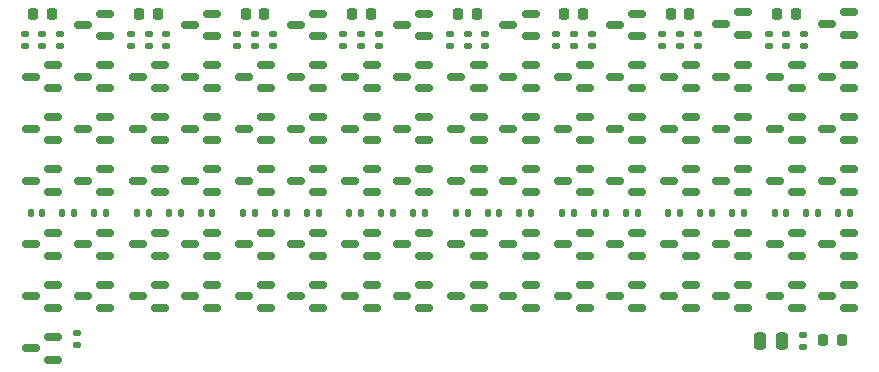
<source format=gbr>
%TF.GenerationSoftware,KiCad,Pcbnew,8.0.8*%
%TF.CreationDate,2025-09-05T20:33:19+02:00*%
%TF.ProjectId,REG8bit-SMD,52454738-6269-4742-9d53-4d442e6b6963,rev?*%
%TF.SameCoordinates,Original*%
%TF.FileFunction,Paste,Top*%
%TF.FilePolarity,Positive*%
%FSLAX46Y46*%
G04 Gerber Fmt 4.6, Leading zero omitted, Abs format (unit mm)*
G04 Created by KiCad (PCBNEW 8.0.8) date 2025-09-05 20:33:19*
%MOMM*%
%LPD*%
G01*
G04 APERTURE LIST*
G04 Aperture macros list*
%AMRoundRect*
0 Rectangle with rounded corners*
0 $1 Rounding radius*
0 $2 $3 $4 $5 $6 $7 $8 $9 X,Y pos of 4 corners*
0 Add a 4 corners polygon primitive as box body*
4,1,4,$2,$3,$4,$5,$6,$7,$8,$9,$2,$3,0*
0 Add four circle primitives for the rounded corners*
1,1,$1+$1,$2,$3*
1,1,$1+$1,$4,$5*
1,1,$1+$1,$6,$7*
1,1,$1+$1,$8,$9*
0 Add four rect primitives between the rounded corners*
20,1,$1+$1,$2,$3,$4,$5,0*
20,1,$1+$1,$4,$5,$6,$7,0*
20,1,$1+$1,$6,$7,$8,$9,0*
20,1,$1+$1,$8,$9,$2,$3,0*%
G04 Aperture macros list end*
%ADD10RoundRect,0.150000X0.587500X0.150000X-0.587500X0.150000X-0.587500X-0.150000X0.587500X-0.150000X0*%
%ADD11RoundRect,0.140000X0.170000X-0.140000X0.170000X0.140000X-0.170000X0.140000X-0.170000X-0.140000X0*%
%ADD12RoundRect,0.140000X-0.140000X-0.170000X0.140000X-0.170000X0.140000X0.170000X-0.140000X0.170000X0*%
%ADD13RoundRect,0.140000X0.140000X0.170000X-0.140000X0.170000X-0.140000X-0.170000X0.140000X-0.170000X0*%
%ADD14RoundRect,0.220000X0.220000X0.255000X-0.220000X0.255000X-0.220000X-0.255000X0.220000X-0.255000X0*%
%ADD15RoundRect,0.140000X-0.170000X0.140000X-0.170000X-0.140000X0.170000X-0.140000X0.170000X0.140000X0*%
%ADD16RoundRect,0.250000X-0.250000X-0.475000X0.250000X-0.475000X0.250000X0.475000X-0.250000X0.475000X0*%
G04 APERTURE END LIST*
D10*
%TO.C,Q18*%
X66237500Y-138450000D03*
X66237500Y-136550000D03*
X64362500Y-137500000D03*
%TD*%
%TO.C,Q21*%
X66237500Y-147250000D03*
X66237500Y-145350000D03*
X64362500Y-146300000D03*
%TD*%
D11*
%TO.C,R43*%
X59400000Y-134900000D03*
X59400000Y-133900000D03*
%TD*%
D10*
%TO.C,Q16*%
X61837500Y-138450000D03*
X61837500Y-136550000D03*
X59962500Y-137500000D03*
%TD*%
D12*
%TO.C,R22*%
X89600000Y-149000000D03*
X90600000Y-149000000D03*
%TD*%
D10*
%TO.C,Q27*%
X70837500Y-142850000D03*
X70837500Y-140950000D03*
X68962500Y-141900000D03*
%TD*%
%TO.C,Q13*%
X61837500Y-152650000D03*
X61837500Y-150750000D03*
X59962500Y-151700000D03*
%TD*%
%TO.C,Q6*%
X52837500Y-142850000D03*
X52837500Y-140950000D03*
X50962500Y-141900000D03*
%TD*%
D13*
%TO.C,R36*%
X105900000Y-149000000D03*
X104900000Y-149000000D03*
%TD*%
D10*
%TO.C,Q5*%
X57237500Y-152650000D03*
X57237500Y-150750000D03*
X55362500Y-151700000D03*
%TD*%
D13*
%TO.C,R38*%
X120300000Y-149000000D03*
X119300000Y-149000000D03*
%TD*%
D10*
%TO.C,Q68*%
X111237500Y-138450000D03*
X111237500Y-136550000D03*
X109362500Y-137500000D03*
%TD*%
D13*
%TO.C,R13*%
X75300000Y-149000000D03*
X74300000Y-149000000D03*
%TD*%
D14*
%TO.C,D9*%
X119590000Y-159800000D03*
X118010000Y-159800000D03*
%TD*%
D10*
%TO.C,Q65*%
X111237500Y-152650000D03*
X111237500Y-150750000D03*
X109362500Y-151700000D03*
%TD*%
%TO.C,Q60*%
X97837500Y-147250000D03*
X97837500Y-145350000D03*
X95962500Y-146300000D03*
%TD*%
%TO.C,Q45*%
X93237500Y-152650000D03*
X93237500Y-150750000D03*
X91362500Y-151700000D03*
%TD*%
%TO.C,Q17*%
X61837500Y-142850000D03*
X61837500Y-140950000D03*
X59962500Y-141900000D03*
%TD*%
D14*
%TO.C,D2*%
X61690000Y-132200000D03*
X60110000Y-132200000D03*
%TD*%
D10*
%TO.C,Q72*%
X115837500Y-157050000D03*
X115837500Y-155150000D03*
X113962500Y-156100000D03*
%TD*%
D11*
%TO.C,R46*%
X86400000Y-134900000D03*
X86400000Y-133900000D03*
%TD*%
D10*
%TO.C,Q55*%
X102237500Y-152650000D03*
X102237500Y-150750000D03*
X100362500Y-151700000D03*
%TD*%
%TO.C,Q9*%
X57237500Y-142850000D03*
X57237500Y-140950000D03*
X55362500Y-141900000D03*
%TD*%
%TO.C,Q1*%
X52837500Y-161450000D03*
X52837500Y-159550000D03*
X50962500Y-160500000D03*
%TD*%
%TO.C,Q78*%
X120237500Y-138450000D03*
X120237500Y-136550000D03*
X118362500Y-137500000D03*
%TD*%
D11*
%TO.C,R48*%
X104400000Y-133900000D03*
X104400000Y-134900000D03*
%TD*%
D10*
%TO.C,Q14*%
X66237500Y-157050000D03*
X66237500Y-155150000D03*
X64362500Y-156100000D03*
%TD*%
%TO.C,Q52*%
X97837500Y-157050000D03*
X97837500Y-155150000D03*
X95962500Y-156100000D03*
%TD*%
%TO.C,Q69*%
X111237500Y-142850000D03*
X111237500Y-140950000D03*
X109362500Y-141900000D03*
%TD*%
D13*
%TO.C,R28*%
X102300000Y-149000000D03*
X101300000Y-149000000D03*
%TD*%
D10*
%TO.C,Q31*%
X75237500Y-147250000D03*
X75237500Y-145350000D03*
X73362500Y-146300000D03*
%TD*%
%TO.C,Q75*%
X120237500Y-152650000D03*
X120237500Y-150750000D03*
X118362500Y-151700000D03*
%TD*%
%TO.C,Q83*%
X66237500Y-134050000D03*
X66237500Y-132150000D03*
X64362500Y-133100000D03*
%TD*%
%TO.C,Q34*%
X84237500Y-157050000D03*
X84237500Y-155150000D03*
X82362500Y-156100000D03*
%TD*%
D12*
%TO.C,R12*%
X71600000Y-149000000D03*
X72600000Y-149000000D03*
%TD*%
D15*
%TO.C,R15*%
X71400000Y-133900000D03*
X71400000Y-134900000D03*
%TD*%
D10*
%TO.C,Q46*%
X88837500Y-138450000D03*
X88837500Y-136550000D03*
X86962500Y-137500000D03*
%TD*%
%TO.C,Q3*%
X52837500Y-152650000D03*
X52837500Y-150750000D03*
X50962500Y-151700000D03*
%TD*%
%TO.C,Q76*%
X115800000Y-138450000D03*
X115800000Y-136550000D03*
X113925000Y-137500000D03*
%TD*%
D13*
%TO.C,R21*%
X78900000Y-149000000D03*
X77900000Y-149000000D03*
%TD*%
D10*
%TO.C,Q71*%
X111237500Y-147250000D03*
X111237500Y-145350000D03*
X109362500Y-146300000D03*
%TD*%
D13*
%TO.C,R41*%
X113900000Y-149000000D03*
X114900000Y-149000000D03*
%TD*%
%TO.C,R16*%
X69900000Y-149000000D03*
X68900000Y-149000000D03*
%TD*%
D14*
%TO.C,D3*%
X70690000Y-132200000D03*
X69110000Y-132200000D03*
%TD*%
D10*
%TO.C,Q39*%
X84237500Y-142850000D03*
X84237500Y-140950000D03*
X82362500Y-141900000D03*
%TD*%
%TO.C,Q15*%
X66237500Y-152650000D03*
X66237500Y-150750000D03*
X64362500Y-151700000D03*
%TD*%
%TO.C,Q32*%
X79837500Y-157050000D03*
X79837500Y-155150000D03*
X77962500Y-156100000D03*
%TD*%
%TO.C,Q67*%
X106837500Y-142850000D03*
X106837500Y-140950000D03*
X104962500Y-141900000D03*
%TD*%
D14*
%TO.C,D7*%
X105110000Y-132200000D03*
X106690000Y-132200000D03*
%TD*%
D10*
%TO.C,Q43*%
X88837500Y-152650000D03*
X88837500Y-150750000D03*
X86962500Y-151700000D03*
%TD*%
%TO.C,Q58*%
X102237500Y-138450000D03*
X102237500Y-136550000D03*
X100362500Y-137500000D03*
%TD*%
%TO.C,Q40*%
X79837500Y-147250000D03*
X79837500Y-145350000D03*
X77962500Y-146300000D03*
%TD*%
%TO.C,Q24*%
X75237500Y-157050000D03*
X75237500Y-155150000D03*
X73362500Y-156100000D03*
%TD*%
D15*
%TO.C,R5*%
X53400000Y-133900000D03*
X53400000Y-134900000D03*
%TD*%
D10*
%TO.C,Q22*%
X70837500Y-157050000D03*
X70837500Y-155150000D03*
X68962500Y-156100000D03*
%TD*%
%TO.C,Q63*%
X106837500Y-152650000D03*
X106837500Y-150750000D03*
X104962500Y-151700000D03*
%TD*%
D15*
%TO.C,R39*%
X114900000Y-133900000D03*
X114900000Y-134900000D03*
%TD*%
D10*
%TO.C,Q79*%
X120237500Y-142850000D03*
X120237500Y-140950000D03*
X118362500Y-141900000D03*
%TD*%
%TO.C,Q85*%
X84237500Y-134050000D03*
X84237500Y-132150000D03*
X82362500Y-133100000D03*
%TD*%
%TO.C,Q33*%
X79837500Y-152650000D03*
X79837500Y-150750000D03*
X77962500Y-151700000D03*
%TD*%
D13*
%TO.C,R6*%
X51900000Y-149000000D03*
X50900000Y-149000000D03*
%TD*%
D15*
%TO.C,R20*%
X80400000Y-133900000D03*
X80400000Y-134900000D03*
%TD*%
D10*
%TO.C,Q51*%
X91362500Y-146300000D03*
X93237500Y-145350000D03*
X93237500Y-147250000D03*
%TD*%
%TO.C,Q73*%
X115837500Y-152650000D03*
X115837500Y-150750000D03*
X113962500Y-151700000D03*
%TD*%
D12*
%TO.C,R32*%
X108600000Y-149000000D03*
X107600000Y-149000000D03*
%TD*%
D10*
%TO.C,Q36*%
X79837500Y-138450000D03*
X79837500Y-136550000D03*
X77962500Y-137500000D03*
%TD*%
D12*
%TO.C,R8*%
X65300000Y-149000000D03*
X66300000Y-149000000D03*
%TD*%
D10*
%TO.C,Q84*%
X75237500Y-134050000D03*
X75237500Y-132150000D03*
X73362500Y-133100000D03*
%TD*%
D11*
%TO.C,R50*%
X116300000Y-160400000D03*
X116300000Y-159400000D03*
%TD*%
D13*
%TO.C,R26*%
X86900000Y-149000000D03*
X87900000Y-149000000D03*
%TD*%
D10*
%TO.C,Q50*%
X86962500Y-146300000D03*
X88837500Y-145350000D03*
X88837500Y-147250000D03*
%TD*%
D13*
%TO.C,R11*%
X60900000Y-149000000D03*
X59900000Y-149000000D03*
%TD*%
D10*
%TO.C,Q89*%
X120237500Y-133950000D03*
X120237500Y-132050000D03*
X118362500Y-133000000D03*
%TD*%
%TO.C,Q54*%
X102237500Y-157050000D03*
X102237500Y-155150000D03*
X100362500Y-156100000D03*
%TD*%
%TO.C,Q20*%
X61837500Y-147250000D03*
X61837500Y-145350000D03*
X59962500Y-146300000D03*
%TD*%
D12*
%TO.C,R2*%
X53600000Y-149000000D03*
X54600000Y-149000000D03*
%TD*%
D10*
%TO.C,Q87*%
X102237500Y-134050000D03*
X102237500Y-132150000D03*
X100362500Y-133100000D03*
%TD*%
%TO.C,Q80*%
X115837500Y-147250000D03*
X115837500Y-145350000D03*
X113962500Y-146300000D03*
%TD*%
%TO.C,Q7*%
X52837500Y-138450000D03*
X52837500Y-136550000D03*
X50962500Y-137500000D03*
%TD*%
D13*
%TO.C,R23*%
X93300000Y-149000000D03*
X92300000Y-149000000D03*
%TD*%
D10*
%TO.C,Q11*%
X57237500Y-147250000D03*
X57237500Y-145350000D03*
X55362500Y-146300000D03*
%TD*%
D14*
%TO.C,D4*%
X79690000Y-132200000D03*
X78110000Y-132200000D03*
%TD*%
D15*
%TO.C,R34*%
X105900000Y-133900000D03*
X105900000Y-134900000D03*
%TD*%
D10*
%TO.C,Q74*%
X120237500Y-157050000D03*
X120237500Y-155150000D03*
X118362500Y-156100000D03*
%TD*%
%TO.C,Q70*%
X106837500Y-147250000D03*
X106837500Y-145350000D03*
X104962500Y-146300000D03*
%TD*%
%TO.C,Q10*%
X52837500Y-147250000D03*
X52837500Y-145350000D03*
X50962500Y-146300000D03*
%TD*%
D14*
%TO.C,D5*%
X88690000Y-132200000D03*
X87110000Y-132200000D03*
%TD*%
D11*
%TO.C,R45*%
X77400000Y-134900000D03*
X77400000Y-133900000D03*
%TD*%
D12*
%TO.C,R37*%
X117600000Y-149000000D03*
X116600000Y-149000000D03*
%TD*%
D10*
%TO.C,Q44*%
X93237500Y-157050000D03*
X93237500Y-155150000D03*
X91362500Y-156100000D03*
%TD*%
%TO.C,Q28*%
X75237500Y-138450000D03*
X75237500Y-136550000D03*
X73362500Y-137500000D03*
%TD*%
%TO.C,Q86*%
X93237500Y-134050000D03*
X93237500Y-132150000D03*
X91362500Y-133100000D03*
%TD*%
%TO.C,Q35*%
X84237500Y-152650000D03*
X84237500Y-150750000D03*
X82362500Y-151700000D03*
%TD*%
D14*
%TO.C,D6*%
X97690000Y-132200000D03*
X96110000Y-132200000D03*
%TD*%
D10*
%TO.C,Q12*%
X61837500Y-157050000D03*
X61837500Y-155150000D03*
X59962500Y-156100000D03*
%TD*%
D11*
%TO.C,R42*%
X50400000Y-134900000D03*
X50400000Y-133900000D03*
%TD*%
D15*
%TO.C,R19*%
X78900000Y-133900000D03*
X78900000Y-134900000D03*
%TD*%
%TO.C,R24*%
X87900000Y-133900000D03*
X87900000Y-134900000D03*
%TD*%
D10*
%TO.C,Q82*%
X57237500Y-134050000D03*
X57237500Y-132150000D03*
X55362500Y-133100000D03*
%TD*%
%TO.C,Q57*%
X97837500Y-142850000D03*
X97837500Y-140950000D03*
X95962500Y-141900000D03*
%TD*%
D14*
%TO.C,D1*%
X52690000Y-132200000D03*
X51110000Y-132200000D03*
%TD*%
D15*
%TO.C,R29*%
X96900000Y-133900000D03*
X96900000Y-134900000D03*
%TD*%
D10*
%TO.C,Q26*%
X70837500Y-138450000D03*
X70837500Y-136550000D03*
X68962500Y-137500000D03*
%TD*%
%TO.C,Q49*%
X93237500Y-142850000D03*
X93237500Y-140950000D03*
X91362500Y-141900000D03*
%TD*%
D15*
%TO.C,R25*%
X89400000Y-133900000D03*
X89400000Y-134900000D03*
%TD*%
D12*
%TO.C,R27*%
X98600000Y-149000000D03*
X99600000Y-149000000D03*
%TD*%
D10*
%TO.C,Q23*%
X70837500Y-152650000D03*
X70837500Y-150750000D03*
X68962500Y-151700000D03*
%TD*%
%TO.C,Q2*%
X52837500Y-157050000D03*
X52837500Y-155150000D03*
X50962500Y-156100000D03*
%TD*%
%TO.C,Q66*%
X106837500Y-138450000D03*
X106837500Y-136550000D03*
X104962500Y-137500000D03*
%TD*%
D15*
%TO.C,R35*%
X107400000Y-133900000D03*
X107400000Y-134900000D03*
%TD*%
D10*
%TO.C,Q53*%
X97837500Y-152650000D03*
X97837500Y-150750000D03*
X95962500Y-151700000D03*
%TD*%
D13*
%TO.C,R33*%
X111300000Y-149000000D03*
X110300000Y-149000000D03*
%TD*%
D15*
%TO.C,R40*%
X116400000Y-133900000D03*
X116400000Y-134900000D03*
%TD*%
D10*
%TO.C,Q38*%
X84237500Y-138450000D03*
X84237500Y-136550000D03*
X82362500Y-137500000D03*
%TD*%
%TO.C,Q4*%
X57237500Y-157050000D03*
X57237500Y-155150000D03*
X55362500Y-156100000D03*
%TD*%
D11*
%TO.C,R44*%
X68400000Y-134900000D03*
X68400000Y-133900000D03*
%TD*%
D13*
%TO.C,R31*%
X96900000Y-149000000D03*
X95900000Y-149000000D03*
%TD*%
D16*
%TO.C,C1*%
X112650000Y-159900000D03*
X114550000Y-159900000D03*
%TD*%
D10*
%TO.C,Q25*%
X75237500Y-152650000D03*
X75237500Y-150750000D03*
X73362500Y-151700000D03*
%TD*%
%TO.C,Q37*%
X79837500Y-142850000D03*
X79837500Y-140950000D03*
X77962500Y-141900000D03*
%TD*%
%TO.C,Q62*%
X106837500Y-157050000D03*
X106837500Y-155150000D03*
X104962500Y-156100000D03*
%TD*%
D15*
%TO.C,R30*%
X98400000Y-133900000D03*
X98400000Y-134900000D03*
%TD*%
D10*
%TO.C,Q19*%
X66237500Y-142850000D03*
X66237500Y-140950000D03*
X64362500Y-141900000D03*
%TD*%
%TO.C,Q48*%
X93237500Y-138450000D03*
X93237500Y-136550000D03*
X91362500Y-137500000D03*
%TD*%
%TO.C,Q8*%
X57237500Y-138450000D03*
X57237500Y-136550000D03*
X55362500Y-137500000D03*
%TD*%
D11*
%TO.C,R49*%
X113400000Y-134900000D03*
X113400000Y-133900000D03*
%TD*%
D10*
%TO.C,Q61*%
X102237500Y-147250000D03*
X102237500Y-145350000D03*
X100362500Y-146300000D03*
%TD*%
D11*
%TO.C,R47*%
X95400000Y-134900000D03*
X95400000Y-133900000D03*
%TD*%
D15*
%TO.C,R4*%
X51900000Y-133900000D03*
X51900000Y-134900000D03*
%TD*%
D10*
%TO.C,Q42*%
X88837500Y-157050000D03*
X88837500Y-155150000D03*
X86962500Y-156100000D03*
%TD*%
D14*
%TO.C,D8*%
X115690000Y-132200000D03*
X114110000Y-132200000D03*
%TD*%
D10*
%TO.C,Q29*%
X75237500Y-142850000D03*
X75237500Y-140950000D03*
X73362500Y-141900000D03*
%TD*%
D12*
%TO.C,R17*%
X80600000Y-149000000D03*
X81600000Y-149000000D03*
%TD*%
D10*
%TO.C,Q88*%
X111237500Y-133950000D03*
X111237500Y-132050000D03*
X109362500Y-133000000D03*
%TD*%
D15*
%TO.C,R10*%
X62400000Y-133900000D03*
X62400000Y-134900000D03*
%TD*%
D10*
%TO.C,Q64*%
X111237500Y-157050000D03*
X111237500Y-155150000D03*
X109362500Y-156100000D03*
%TD*%
%TO.C,Q59*%
X102237500Y-142850000D03*
X102237500Y-140950000D03*
X100362500Y-141900000D03*
%TD*%
D12*
%TO.C,R3*%
X56300000Y-149000000D03*
X57300000Y-149000000D03*
%TD*%
D10*
%TO.C,Q56*%
X97837500Y-138450000D03*
X97837500Y-136550000D03*
X95962500Y-137500000D03*
%TD*%
D12*
%TO.C,R7*%
X62600000Y-149000000D03*
X63600000Y-149000000D03*
%TD*%
D10*
%TO.C,Q41*%
X84237500Y-147250000D03*
X84237500Y-145350000D03*
X82362500Y-146300000D03*
%TD*%
D15*
%TO.C,R14*%
X69900000Y-133900000D03*
X69900000Y-134900000D03*
%TD*%
%TO.C,R1*%
X54800000Y-159200000D03*
X54800000Y-160200000D03*
%TD*%
D10*
%TO.C,Q30*%
X70837500Y-147250000D03*
X70837500Y-145350000D03*
X68962500Y-146300000D03*
%TD*%
D15*
%TO.C,R9*%
X60900000Y-133900000D03*
X60900000Y-134900000D03*
%TD*%
D10*
%TO.C,Q77*%
X115800000Y-142850000D03*
X115800000Y-140950000D03*
X113925000Y-141900000D03*
%TD*%
D13*
%TO.C,R18*%
X84300000Y-149000000D03*
X83300000Y-149000000D03*
%TD*%
D10*
%TO.C,Q81*%
X120237500Y-147250000D03*
X120237500Y-145350000D03*
X118362500Y-146300000D03*
%TD*%
%TO.C,Q47*%
X88837500Y-142850000D03*
X88837500Y-140950000D03*
X86962500Y-141900000D03*
%TD*%
M02*

</source>
